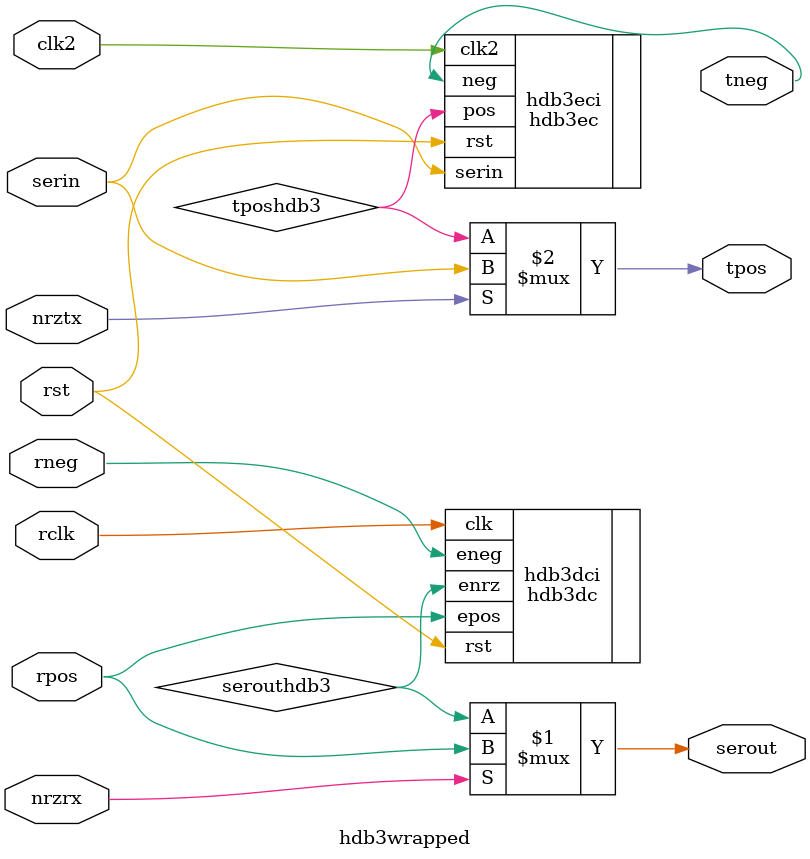
<source format=v>

module hdb3wrapped
    (
     clk2,
     rst,

     //from LIU
     rpos, //positive and negative line
     rneg,
     rclk,

     //to LIU
     tpos,
     tneg,

     //framer
     serin, //serial
     serout,

     //NRZ
     nrzrx, //1 to enable 0 to disable @clk2
     nrztx
     );

////////////////////////////////////////////////////////////////////////////////
// Port declarations

input   clk2;
input   rst;

input   rpos;
input   rneg;
input   rclk;

output  tpos;
output  tneg;

input   serin;
output  serout;

input   nrzrx;
input   nrztx;

////////////////////////////////////////////////////////////////////////////////
// Output declarations

////////////////////////////////////////////////////////////////////////////////
// Parameter declarations

////////////////////////////////////////////////////////////////////////////////
// Local logic and instantiation

wire   serouthdb3;
wire   tposhdb3;

hdb3ec hdb3eci
    (
     .clk2(clk2),//2mhz clock
     .rst(rst),

     //from framer
     .serin(serin),

     //to LIU
     .pos(tposhdb3),
     .neg(tneg)
     );

hdb3dc hdb3dci
    (
     .clk(rclk),
     .rst(rst),

     .epos(rpos),  //input from HDB3 LIU
     .eneg(rneg),

     .enrz(serouthdb3) // to framer
     );

assign serout = (nrzrx)? rpos  : serouthdb3;
assign tpos   = (nrztx)? serin : tposhdb3;
endmodule 

</source>
